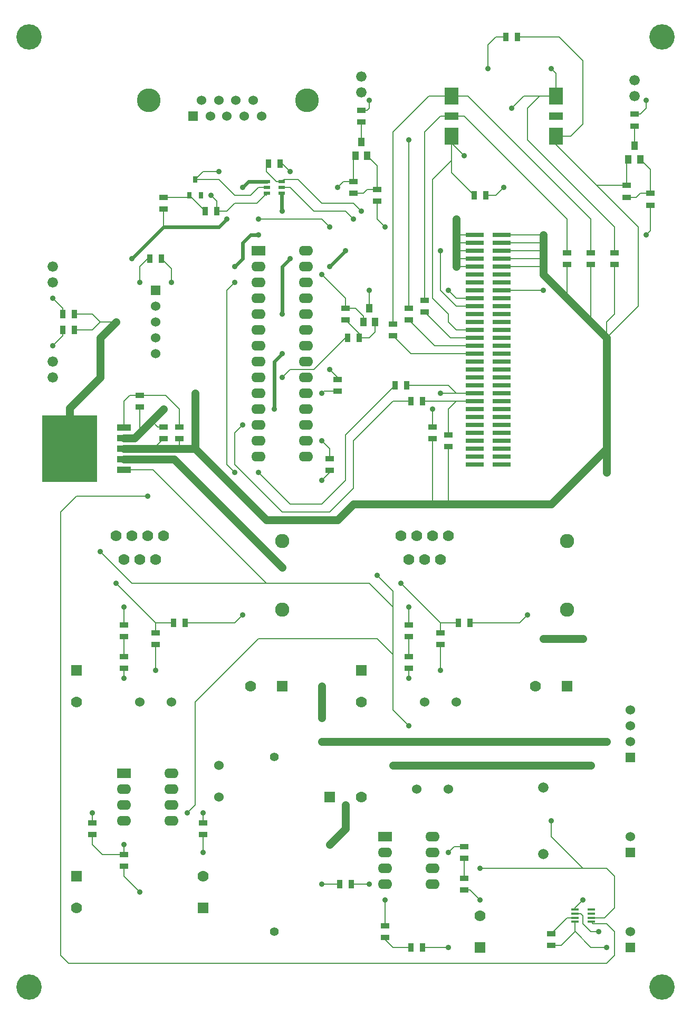
<source format=gtl>
G04 (created by PCBNEW-RS274X (2011-05-25)-stable) date Sun 12 Apr 2015 08:25:34 PM CDT*
G01*
G70*
G90*
%MOIN*%
G04 Gerber Fmt 3.4, Leading zero omitted, Abs format*
%FSLAX34Y34*%
G04 APERTURE LIST*
%ADD10C,0.006000*%
%ADD11R,0.027600X0.039400*%
%ADD12R,0.035000X0.055000*%
%ADD13R,0.055000X0.035000*%
%ADD14R,0.086600X0.047200*%
%ADD15R,0.086600X0.110200*%
%ADD16R,0.060000X0.060000*%
%ADD17C,0.060000*%
%ADD18C,0.066000*%
%ADD19C,0.055000*%
%ADD20R,0.090000X0.062000*%
%ADD21O,0.090000X0.062000*%
%ADD22C,0.150000*%
%ADD23C,0.089800*%
%ADD24C,0.065400*%
%ADD25R,0.070000X0.070000*%
%ADD26C,0.070000*%
%ADD27R,0.090000X0.042000*%
%ADD28R,0.350000X0.420000*%
%ADD29R,0.048000X0.015700*%
%ADD30R,0.039400X0.055100*%
%ADD31C,0.160000*%
%ADD32R,0.039400X0.023600*%
%ADD33R,0.112200X0.029500*%
%ADD34C,0.035000*%
%ADD35C,0.008000*%
%ADD36C,0.023600*%
%ADD37C,0.051200*%
G04 APERTURE END LIST*
G54D10*
G54D11*
X19500Y-24000D03*
X19875Y-25000D03*
X19125Y-25000D03*
G54D12*
X24875Y-23000D03*
X24125Y-23000D03*
G54D13*
X30000Y-20375D03*
X30000Y-19625D03*
X32000Y-33875D03*
X32000Y-33125D03*
X29500Y-24125D03*
X29500Y-24875D03*
X34000Y-32375D03*
X34000Y-31625D03*
X31000Y-24625D03*
X31000Y-25375D03*
G54D12*
X20875Y-26000D03*
X20125Y-26000D03*
G54D13*
X29000Y-32125D03*
X29000Y-32875D03*
X34500Y-40375D03*
X34500Y-39625D03*
X35500Y-40875D03*
X35500Y-40125D03*
X33000Y-32875D03*
X33000Y-32125D03*
G54D12*
X29875Y-34000D03*
X29125Y-34000D03*
X32875Y-37000D03*
X32125Y-37000D03*
X11125Y-33500D03*
X11875Y-33500D03*
X33875Y-38000D03*
X33125Y-38000D03*
G54D13*
X15000Y-52125D03*
X15000Y-52875D03*
X18500Y-39625D03*
X18500Y-40375D03*
X16000Y-38375D03*
X16000Y-37625D03*
X13000Y-65375D03*
X13000Y-64625D03*
X15000Y-67375D03*
X15000Y-66625D03*
X35000Y-52625D03*
X35000Y-53375D03*
G54D12*
X36875Y-52000D03*
X36125Y-52000D03*
G54D13*
X17000Y-52625D03*
X17000Y-53375D03*
G54D12*
X18875Y-52000D03*
X18125Y-52000D03*
G54D13*
X33000Y-52125D03*
X33000Y-52875D03*
X48250Y-24875D03*
X48250Y-25625D03*
G54D12*
X33875Y-72500D03*
X33125Y-72500D03*
X29375Y-68500D03*
X28625Y-68500D03*
G54D13*
X31500Y-71875D03*
X31500Y-71125D03*
X36500Y-66125D03*
X36500Y-66875D03*
X47250Y-20625D03*
X47250Y-19875D03*
X46750Y-24375D03*
X46750Y-25125D03*
G54D12*
X37125Y-25000D03*
X37875Y-25000D03*
G54D13*
X28000Y-41625D03*
X28000Y-42375D03*
G54D12*
X11125Y-32500D03*
X11875Y-32500D03*
G54D13*
X28500Y-37375D03*
X28500Y-36625D03*
X17500Y-25875D03*
X17500Y-25125D03*
X46000Y-28625D03*
X46000Y-29375D03*
X44500Y-28625D03*
X44500Y-29375D03*
X43000Y-28625D03*
X43000Y-29375D03*
G54D12*
X39875Y-15000D03*
X39125Y-15000D03*
G54D13*
X36500Y-68125D03*
X36500Y-68875D03*
X42000Y-72375D03*
X42000Y-71625D03*
X15000Y-54125D03*
X15000Y-54875D03*
X33000Y-54125D03*
X33000Y-54875D03*
X20000Y-64625D03*
X20000Y-65375D03*
X17500Y-39625D03*
X17500Y-40375D03*
G54D12*
X16625Y-29000D03*
X17375Y-29000D03*
G54D14*
X35693Y-20000D03*
X42307Y-20000D03*
G54D15*
X42307Y-21276D03*
X42307Y-18724D03*
X35693Y-18724D03*
X35693Y-21276D03*
G54D16*
X17000Y-31000D03*
G54D17*
X17000Y-32000D03*
X17000Y-33000D03*
X17000Y-34000D03*
X17000Y-35000D03*
G54D16*
X47000Y-66500D03*
G54D17*
X47000Y-65500D03*
G54D16*
X47000Y-72500D03*
G54D17*
X47000Y-71500D03*
X35500Y-62500D03*
X33500Y-62500D03*
X18000Y-57000D03*
X16000Y-57000D03*
X36000Y-57000D03*
X34000Y-57000D03*
X21000Y-61000D03*
X21000Y-63000D03*
G54D18*
X30000Y-17500D03*
X30000Y-18500D03*
X10500Y-36500D03*
X10500Y-35500D03*
X10500Y-29500D03*
X10500Y-30500D03*
X47250Y-17750D03*
X47250Y-18750D03*
G54D19*
X24500Y-71512D03*
X24500Y-60488D03*
G54D20*
X15000Y-61500D03*
G54D21*
X15000Y-62500D03*
X15000Y-63500D03*
X15000Y-64500D03*
X18000Y-64500D03*
X18000Y-63500D03*
X18000Y-62500D03*
X18000Y-61500D03*
G54D20*
X31500Y-65500D03*
G54D21*
X31500Y-66500D03*
X31500Y-67500D03*
X31500Y-68500D03*
X34500Y-68500D03*
X34500Y-67500D03*
X34500Y-66500D03*
X34500Y-65500D03*
X23500Y-29500D03*
X23500Y-30500D03*
X23500Y-31500D03*
X23500Y-32500D03*
X23500Y-33500D03*
X23500Y-34500D03*
X23500Y-35500D03*
X23500Y-36500D03*
X23500Y-37500D03*
X23500Y-38500D03*
X23500Y-39500D03*
X23500Y-40500D03*
X23500Y-41500D03*
G54D20*
X23500Y-28500D03*
G54D21*
X26500Y-41500D03*
X26500Y-40500D03*
X26500Y-39500D03*
X26500Y-38500D03*
X26500Y-37500D03*
X26500Y-36500D03*
X26500Y-35500D03*
X26500Y-34500D03*
X26500Y-33500D03*
X26500Y-32500D03*
X26500Y-31500D03*
X26500Y-30500D03*
X26500Y-29500D03*
X26500Y-28500D03*
G54D22*
X26550Y-19000D03*
X16550Y-19000D03*
G54D16*
X19350Y-20000D03*
G54D17*
X20450Y-20000D03*
X21500Y-20000D03*
X22600Y-20000D03*
X23700Y-20000D03*
X19900Y-19000D03*
X21000Y-19000D03*
X22050Y-19000D03*
X23150Y-19000D03*
G54D23*
X43000Y-51165D03*
X43000Y-46835D03*
X25000Y-51165D03*
X25000Y-46835D03*
G54D24*
X41500Y-66606D03*
X41500Y-62394D03*
G54D25*
X12000Y-55000D03*
G54D26*
X12000Y-57000D03*
G54D25*
X30000Y-55000D03*
G54D26*
X30000Y-57000D03*
G54D25*
X25000Y-56000D03*
G54D26*
X23000Y-56000D03*
G54D25*
X37500Y-72500D03*
G54D26*
X37500Y-70500D03*
G54D25*
X43000Y-56000D03*
G54D26*
X41000Y-56000D03*
G54D25*
X12000Y-68000D03*
G54D26*
X12000Y-70000D03*
G54D25*
X20000Y-70000D03*
G54D26*
X20000Y-68000D03*
G54D25*
X28000Y-63000D03*
G54D26*
X30000Y-63000D03*
G54D16*
X47000Y-60500D03*
G54D17*
X47000Y-59500D03*
X47000Y-58500D03*
X47000Y-57500D03*
G54D27*
X15000Y-42340D03*
G54D28*
X11550Y-41000D03*
G54D27*
X15000Y-41000D03*
X15000Y-41670D03*
X15000Y-40330D03*
X15000Y-39660D03*
G54D29*
X44516Y-70372D03*
X44516Y-70628D03*
X44516Y-70116D03*
X44516Y-70884D03*
X43484Y-70116D03*
X43484Y-70372D03*
X43484Y-70628D03*
X43484Y-70884D03*
G54D30*
X30126Y-33000D03*
X30874Y-33000D03*
X30500Y-32134D03*
X29626Y-22500D03*
X30374Y-22500D03*
X30000Y-21634D03*
X46876Y-22750D03*
X47624Y-22750D03*
X47250Y-21884D03*
G54D31*
X09000Y-15000D03*
X49000Y-15000D03*
X09000Y-75000D03*
X49000Y-75000D03*
G54D26*
X35500Y-46500D03*
X34500Y-46500D03*
X33500Y-46500D03*
X32500Y-46500D03*
X35000Y-48000D03*
X34000Y-48000D03*
X33000Y-48000D03*
X17500Y-46500D03*
X16500Y-46500D03*
X15500Y-46500D03*
X14500Y-46500D03*
X17000Y-48000D03*
X16000Y-48000D03*
X15000Y-48000D03*
G54D32*
X24028Y-24500D03*
X24028Y-24126D03*
X24028Y-24874D03*
X24972Y-24874D03*
X24972Y-24500D03*
X24972Y-24126D03*
G54D33*
X37144Y-27500D03*
X37144Y-28000D03*
X37144Y-28500D03*
X37144Y-29000D03*
X37144Y-29500D03*
X37144Y-30000D03*
X37144Y-30500D03*
X37144Y-31000D03*
X37144Y-31500D03*
X37144Y-32000D03*
X37144Y-32500D03*
X37144Y-33000D03*
X37144Y-33500D03*
X37144Y-34000D03*
X37144Y-34500D03*
X37144Y-35000D03*
X37144Y-35500D03*
X37144Y-36000D03*
X37144Y-36500D03*
X37144Y-37000D03*
X37144Y-37500D03*
X37144Y-38000D03*
X37144Y-38500D03*
X37144Y-39000D03*
X37144Y-39500D03*
X37144Y-40500D03*
X37144Y-40000D03*
X37144Y-41000D03*
X37144Y-41500D03*
X37144Y-42000D03*
X38856Y-42000D03*
X38856Y-41500D03*
X38856Y-41000D03*
X38856Y-40000D03*
X38856Y-40500D03*
X38856Y-39500D03*
X38856Y-39000D03*
X38856Y-38500D03*
X38856Y-38000D03*
X38856Y-37500D03*
X38856Y-37000D03*
X38856Y-36500D03*
X38856Y-36000D03*
X38856Y-35500D03*
X38856Y-35000D03*
X38856Y-34500D03*
X38856Y-34000D03*
X38856Y-33500D03*
X38856Y-33000D03*
X38856Y-32500D03*
X38856Y-32000D03*
X38856Y-31500D03*
X38856Y-31000D03*
X38856Y-30500D03*
X38856Y-30000D03*
X38856Y-29500D03*
X38856Y-29000D03*
X38856Y-28500D03*
X38856Y-28000D03*
X38856Y-27500D03*
G54D34*
X25500Y-23500D03*
X25000Y-26000D03*
X23500Y-27500D03*
X22000Y-29500D03*
X17500Y-38500D03*
X27500Y-43000D03*
X16000Y-30500D03*
X25000Y-35000D03*
X24500Y-38500D03*
X25500Y-29000D03*
X25000Y-32500D03*
X36000Y-26500D03*
X22500Y-51500D03*
X25000Y-48500D03*
X40500Y-51500D03*
X35500Y-72500D03*
X20000Y-66500D03*
X27500Y-59500D03*
X45500Y-59500D03*
X13000Y-64000D03*
X16500Y-44000D03*
X28500Y-24500D03*
X22500Y-24500D03*
X21500Y-26500D03*
X29000Y-28500D03*
X28000Y-29500D03*
X19500Y-37500D03*
X27500Y-68500D03*
X44000Y-53000D03*
X41500Y-53000D03*
X28000Y-66000D03*
X29000Y-63500D03*
X33000Y-55500D03*
X27500Y-30000D03*
X27500Y-37500D03*
X45500Y-42500D03*
X15500Y-29000D03*
X14500Y-33000D03*
X45500Y-72500D03*
X15000Y-55500D03*
X35000Y-55000D03*
X17000Y-55000D03*
X37500Y-69500D03*
X16000Y-69000D03*
X30500Y-19000D03*
X35000Y-28500D03*
X31500Y-27000D03*
X48000Y-19000D03*
X38000Y-17000D03*
X36500Y-22500D03*
X20500Y-25000D03*
X29500Y-26500D03*
X10500Y-31500D03*
X10500Y-34500D03*
X23500Y-26500D03*
X28000Y-27000D03*
X30000Y-26000D03*
X27500Y-40500D03*
X25000Y-36500D03*
X22500Y-39500D03*
X34500Y-38500D03*
X35000Y-37500D03*
X23500Y-42500D03*
X22000Y-42500D03*
X22000Y-30500D03*
X28000Y-36000D03*
X35500Y-31000D03*
X30500Y-31000D03*
X48000Y-27500D03*
X41500Y-31000D03*
X21000Y-23500D03*
X18000Y-30500D03*
X39500Y-19500D03*
X39000Y-24500D03*
X42000Y-17000D03*
X33000Y-21500D03*
X44000Y-69500D03*
X32000Y-61000D03*
X44500Y-61000D03*
X27500Y-58000D03*
X27500Y-56000D03*
X15000Y-51000D03*
X14500Y-49500D03*
X33000Y-51000D03*
X35500Y-66500D03*
X15000Y-66000D03*
X45000Y-71500D03*
X20000Y-64000D03*
X30500Y-68500D03*
X31500Y-69500D03*
X42000Y-64500D03*
X33000Y-58500D03*
X37500Y-67500D03*
X19000Y-64000D03*
X13500Y-47500D03*
X31000Y-49000D03*
X32500Y-49500D03*
G54D35*
X24875Y-23000D02*
X25000Y-23000D01*
X25000Y-23000D02*
X25500Y-23500D01*
G54D36*
X24972Y-25972D02*
X24972Y-24874D01*
X25000Y-26000D02*
X24972Y-25972D01*
G54D35*
X24972Y-24874D02*
X24972Y-24972D01*
G54D36*
X23000Y-27500D02*
X23500Y-27500D01*
X22500Y-28000D02*
X23000Y-27500D01*
X22500Y-29000D02*
X22500Y-28000D01*
X22000Y-29500D02*
X22500Y-29000D01*
G54D35*
X17500Y-39625D02*
X17125Y-39625D01*
X16750Y-39250D02*
X16500Y-39500D01*
X17125Y-39625D02*
X16750Y-39250D01*
X16000Y-38375D02*
X16000Y-40000D01*
G54D37*
X15000Y-40330D02*
X15670Y-40330D01*
X15670Y-40330D02*
X16000Y-40000D01*
X16000Y-40000D02*
X16500Y-39500D01*
X16500Y-39500D02*
X17500Y-38500D01*
G54D35*
X28000Y-42375D02*
X28000Y-42500D01*
X28000Y-42500D02*
X27500Y-43000D01*
X16000Y-29500D02*
X16500Y-29000D01*
X16000Y-30500D02*
X16000Y-29500D01*
X16500Y-29000D02*
X16625Y-29000D01*
G54D36*
X25000Y-35000D02*
X24500Y-35500D01*
X24500Y-35500D02*
X24500Y-38500D01*
X25500Y-29000D02*
X25000Y-29500D01*
X25000Y-29500D02*
X25000Y-32500D01*
G54D35*
X37144Y-29500D02*
X36000Y-29500D01*
G54D37*
X36000Y-29500D02*
X36000Y-29000D01*
G54D35*
X37144Y-29000D02*
X36000Y-29000D01*
X37144Y-28500D02*
X36000Y-28500D01*
X37144Y-28000D02*
X36000Y-28000D01*
X37144Y-27500D02*
X36000Y-27500D01*
G54D37*
X36000Y-29000D02*
X36000Y-28500D01*
X36000Y-28500D02*
X36000Y-28000D01*
X36000Y-28000D02*
X36000Y-27500D01*
X36000Y-26500D02*
X36000Y-27500D01*
G54D35*
X22000Y-52000D02*
X22500Y-51500D01*
X18875Y-52000D02*
X22000Y-52000D01*
G54D37*
X18170Y-41670D02*
X15000Y-41670D01*
X25000Y-48500D02*
X18170Y-41670D01*
G54D35*
X36875Y-52000D02*
X40000Y-52000D01*
X40000Y-52000D02*
X40500Y-51500D01*
X33875Y-72500D02*
X35500Y-72500D01*
X20000Y-65375D02*
X20000Y-66500D01*
G54D37*
X27500Y-59500D02*
X45500Y-59500D01*
G54D35*
X13000Y-64000D02*
X13000Y-64625D01*
X45500Y-71000D02*
X44632Y-71000D01*
X46000Y-71500D02*
X45500Y-71000D01*
X12000Y-44000D02*
X16500Y-44000D01*
X11000Y-45000D02*
X12000Y-44000D01*
X11000Y-73000D02*
X11000Y-45000D01*
X11500Y-73500D02*
X11000Y-73000D01*
X45500Y-73500D02*
X11500Y-73500D01*
X46000Y-73000D02*
X45500Y-73500D01*
X46000Y-73000D02*
X46000Y-71500D01*
X44632Y-71000D02*
X44516Y-70884D01*
X29500Y-24125D02*
X28875Y-24125D01*
X28875Y-24125D02*
X28500Y-24500D01*
G54D36*
X21000Y-27000D02*
X21500Y-26500D01*
X17500Y-27000D02*
X21000Y-27000D01*
X22874Y-24126D02*
X24028Y-24126D01*
X22500Y-24500D02*
X22874Y-24126D01*
G54D35*
X24027Y-24125D02*
X24028Y-24126D01*
X24027Y-24125D02*
X24028Y-24126D01*
G54D36*
X29000Y-28500D02*
X28000Y-29500D01*
G54D35*
X45500Y-34000D02*
X45500Y-33000D01*
X46000Y-32500D02*
X45500Y-33000D01*
X46000Y-32500D02*
X46000Y-29375D01*
X44500Y-33000D02*
X44500Y-30000D01*
X44500Y-30000D02*
X44500Y-29375D01*
X43000Y-31500D02*
X43000Y-30000D01*
X43000Y-30000D02*
X43000Y-29375D01*
X47500Y-32000D02*
X45500Y-34000D01*
X38856Y-29500D02*
X41500Y-29500D01*
X38856Y-29000D02*
X41500Y-29000D01*
X38856Y-28500D02*
X41500Y-28500D01*
X38856Y-28000D02*
X41500Y-28000D01*
X38856Y-27500D02*
X41500Y-27500D01*
G54D37*
X41500Y-30000D02*
X41500Y-29500D01*
X41500Y-30000D02*
X43000Y-31500D01*
X43000Y-31500D02*
X44500Y-33000D01*
X44500Y-33000D02*
X45500Y-34000D01*
X41500Y-29500D02*
X41500Y-29000D01*
X41500Y-29000D02*
X41500Y-28500D01*
X41500Y-28500D02*
X41500Y-28000D01*
X41500Y-28000D02*
X41500Y-27500D01*
G54D35*
X35500Y-44500D02*
X35500Y-43000D01*
X35500Y-43000D02*
X35500Y-40875D01*
X34500Y-44500D02*
X34500Y-42000D01*
X34500Y-42000D02*
X34500Y-40375D01*
G54D37*
X37000Y-44500D02*
X35500Y-44500D01*
X35500Y-44500D02*
X34500Y-44500D01*
X34500Y-44500D02*
X29500Y-44500D01*
X19500Y-41000D02*
X19500Y-37500D01*
G54D35*
X18500Y-40375D02*
X18500Y-40875D01*
X18500Y-40875D02*
X18375Y-41000D01*
G54D37*
X24000Y-45500D02*
X19500Y-41000D01*
X24000Y-45500D02*
X28500Y-45500D01*
X28500Y-45500D02*
X29500Y-44500D01*
X18375Y-41000D02*
X15000Y-41000D01*
X18375Y-41000D02*
X19500Y-41000D01*
G54D35*
X28625Y-68500D02*
X27500Y-68500D01*
G54D37*
X41500Y-53000D02*
X44000Y-53000D01*
X28000Y-66000D02*
X29000Y-65000D01*
X29000Y-65000D02*
X29000Y-63500D01*
X11550Y-41000D02*
X11550Y-38450D01*
X11550Y-38450D02*
X13500Y-36500D01*
X13500Y-36500D02*
X13500Y-34000D01*
X13500Y-34000D02*
X14500Y-33000D01*
G54D35*
X33000Y-54875D02*
X33000Y-55500D01*
G54D37*
X42000Y-44500D02*
X45500Y-41000D01*
X37000Y-44500D02*
X42000Y-44500D01*
G54D35*
X29000Y-32125D02*
X29000Y-31500D01*
X29000Y-31500D02*
X27500Y-30000D01*
X27625Y-37375D02*
X28500Y-37375D01*
X27500Y-37500D02*
X27625Y-37375D01*
X30126Y-33000D02*
X30126Y-32626D01*
X29625Y-32125D02*
X29000Y-32125D01*
X30126Y-32626D02*
X29625Y-32125D01*
X29500Y-24125D02*
X29500Y-22626D01*
X29500Y-22626D02*
X29626Y-22500D01*
X46750Y-24375D02*
X44875Y-24375D01*
X44875Y-24375D02*
X45000Y-24500D01*
X39875Y-15000D02*
X42500Y-15000D01*
X43224Y-21276D02*
X42307Y-21276D01*
X44000Y-20500D02*
X43224Y-21276D01*
X44000Y-16500D02*
X44000Y-20500D01*
X42500Y-15000D02*
X44000Y-16500D01*
X38856Y-29500D02*
X39500Y-29500D01*
X42307Y-21276D02*
X42307Y-21807D01*
X42307Y-21807D02*
X45000Y-24500D01*
X45000Y-24500D02*
X47500Y-27000D01*
X47500Y-27000D02*
X47500Y-32000D01*
G54D37*
X45500Y-42500D02*
X45500Y-41000D01*
X45500Y-41000D02*
X45500Y-35500D01*
X45500Y-35500D02*
X45500Y-34000D01*
G54D35*
X17500Y-27000D02*
X17500Y-25875D01*
G54D36*
X15500Y-29000D02*
X17500Y-27000D01*
G54D35*
X11875Y-33500D02*
X13000Y-33500D01*
X13000Y-33500D02*
X13500Y-33000D01*
X11875Y-32500D02*
X13000Y-32500D01*
X13500Y-33000D02*
X14500Y-33000D01*
X13000Y-32500D02*
X13500Y-33000D01*
X15000Y-41000D02*
X16875Y-41000D01*
X16875Y-41000D02*
X17500Y-40375D01*
X46750Y-24375D02*
X46750Y-22876D01*
X46750Y-22876D02*
X46876Y-22750D01*
X43484Y-70884D02*
X43484Y-71484D01*
X44500Y-72500D02*
X45500Y-72500D01*
X43484Y-71484D02*
X44500Y-72500D01*
X42000Y-72375D02*
X42625Y-72375D01*
X43484Y-71516D02*
X43484Y-70884D01*
X42625Y-72375D02*
X43484Y-71516D01*
X15000Y-54875D02*
X15000Y-55500D01*
X35000Y-55000D02*
X35000Y-53375D01*
X17000Y-53375D02*
X17000Y-55000D01*
X37500Y-69500D02*
X36875Y-68875D01*
X36875Y-68875D02*
X36500Y-68875D01*
X15000Y-68000D02*
X15000Y-67375D01*
X16000Y-69000D02*
X15000Y-68000D01*
X30000Y-19625D02*
X30375Y-19625D01*
X30500Y-19500D02*
X30500Y-19000D01*
X30375Y-19625D02*
X30500Y-19500D01*
X30000Y-21634D02*
X30000Y-20375D01*
X31500Y-27000D02*
X31000Y-26500D01*
X35000Y-31000D02*
X35000Y-28500D01*
X37144Y-32000D02*
X36000Y-32000D01*
X36000Y-32000D02*
X35000Y-31000D01*
X31000Y-26500D02*
X31000Y-25375D01*
X31000Y-24625D02*
X31000Y-23126D01*
X31000Y-23126D02*
X30374Y-22500D01*
X29500Y-24875D02*
X30125Y-24875D01*
X30375Y-24625D02*
X31000Y-24625D01*
X30125Y-24875D02*
X30375Y-24625D01*
X36000Y-38000D02*
X35500Y-38500D01*
X35500Y-38500D02*
X35500Y-40125D01*
X37144Y-38000D02*
X36000Y-38000D01*
X36000Y-38000D02*
X33875Y-38000D01*
X46750Y-25125D02*
X47375Y-25125D01*
X47625Y-24875D02*
X48250Y-24875D01*
X47375Y-25125D02*
X47625Y-24875D01*
X48250Y-24875D02*
X48250Y-23376D01*
X48250Y-23376D02*
X47624Y-22750D01*
X47250Y-21884D02*
X47250Y-20625D01*
X47625Y-19875D02*
X47250Y-19875D01*
X48000Y-19500D02*
X47625Y-19875D01*
X48000Y-19000D02*
X48000Y-19500D01*
X36000Y-33500D02*
X35500Y-33000D01*
X37144Y-33500D02*
X36000Y-33500D01*
X35500Y-32500D02*
X34500Y-31500D01*
X35500Y-33000D02*
X35500Y-32500D01*
X35693Y-21276D02*
X35693Y-23568D01*
X35693Y-23568D02*
X37125Y-25000D01*
X35693Y-22807D02*
X35693Y-21276D01*
X34500Y-24000D02*
X35693Y-22807D01*
X34500Y-31500D02*
X34500Y-24000D01*
X35693Y-21276D02*
X35693Y-21693D01*
X38500Y-15000D02*
X39125Y-15000D01*
X38000Y-15500D02*
X38500Y-15000D01*
X38000Y-17000D02*
X38000Y-15500D01*
X35693Y-21693D02*
X36500Y-22500D01*
X20875Y-26000D02*
X20875Y-25375D01*
X20875Y-25375D02*
X20500Y-25000D01*
X22000Y-25500D02*
X23402Y-25500D01*
X23402Y-25500D02*
X24028Y-24874D01*
X20875Y-26000D02*
X21500Y-26000D01*
X21500Y-26000D02*
X22000Y-25500D01*
X24000Y-25000D02*
X24000Y-24902D01*
X24000Y-24902D02*
X24028Y-24874D01*
X29000Y-26000D02*
X27000Y-26000D01*
X29500Y-26500D02*
X29000Y-26000D01*
X25500Y-24500D02*
X24972Y-24500D01*
X27000Y-26000D02*
X25500Y-24500D01*
X11125Y-32125D02*
X11125Y-32500D01*
X10500Y-31500D02*
X11125Y-32125D01*
X11125Y-33875D02*
X11125Y-33500D01*
X10500Y-34500D02*
X11125Y-33875D01*
X27500Y-26500D02*
X23500Y-26500D01*
X28000Y-27000D02*
X27500Y-26500D01*
X24972Y-24126D02*
X24626Y-24126D01*
X24000Y-23125D02*
X24125Y-23000D01*
X24000Y-23500D02*
X24000Y-23125D01*
X24626Y-24126D02*
X24000Y-23500D01*
X27500Y-25500D02*
X26500Y-24500D01*
X25098Y-24000D02*
X24972Y-24126D01*
X26000Y-24000D02*
X25098Y-24000D01*
X26500Y-24500D02*
X26000Y-24000D01*
X27500Y-25500D02*
X29000Y-25500D01*
X29500Y-25500D02*
X29000Y-25500D01*
X30000Y-26000D02*
X29500Y-25500D01*
X29000Y-25500D02*
X28625Y-25500D01*
X28000Y-41000D02*
X28000Y-41625D01*
X27500Y-40500D02*
X28000Y-41000D01*
X25500Y-36000D02*
X27000Y-36000D01*
X25000Y-36500D02*
X25500Y-36000D01*
X29000Y-34000D02*
X29125Y-34000D01*
X27000Y-36000D02*
X29000Y-34000D01*
X34000Y-31625D02*
X34000Y-21000D01*
X35000Y-20000D02*
X35693Y-20000D01*
X34000Y-21000D02*
X35000Y-20000D01*
X43000Y-28625D02*
X43000Y-26500D01*
X36500Y-20000D02*
X35693Y-20000D01*
X43000Y-26500D02*
X36500Y-20000D01*
X37144Y-35000D02*
X33125Y-35000D01*
X33125Y-35000D02*
X32000Y-33875D01*
X29500Y-43500D02*
X29500Y-40500D01*
X29500Y-40500D02*
X32000Y-38000D01*
X32000Y-38000D02*
X33125Y-38000D01*
X25000Y-45000D02*
X22500Y-42500D01*
X28000Y-45000D02*
X25000Y-45000D01*
X29000Y-44000D02*
X28000Y-45000D01*
X29000Y-44000D02*
X29500Y-43500D01*
X22000Y-42000D02*
X22500Y-42500D01*
X22000Y-40000D02*
X22000Y-42000D01*
X22500Y-39500D02*
X22000Y-40000D01*
X36000Y-37500D02*
X35000Y-37500D01*
X34500Y-38500D02*
X34500Y-39625D01*
X37144Y-37500D02*
X36000Y-37500D01*
X35500Y-37000D02*
X32875Y-37000D01*
X36000Y-37500D02*
X35500Y-37000D01*
X29000Y-43000D02*
X29000Y-40125D01*
X29000Y-43000D02*
X27500Y-44500D01*
X27500Y-44500D02*
X25500Y-44500D01*
X25500Y-44500D02*
X23500Y-42500D01*
X22000Y-42500D02*
X21500Y-42000D01*
X21500Y-42000D02*
X21500Y-31000D01*
X21500Y-31000D02*
X22000Y-30500D01*
X29000Y-40125D02*
X32125Y-37000D01*
X28500Y-36625D02*
X28500Y-36500D01*
X28500Y-36500D02*
X28000Y-36000D01*
X37144Y-34500D02*
X34625Y-34500D01*
X34625Y-34500D02*
X33000Y-32875D01*
X37144Y-34000D02*
X35625Y-34000D01*
X35625Y-34000D02*
X34000Y-32375D01*
X36000Y-31500D02*
X35500Y-31000D01*
X37144Y-31500D02*
X36000Y-31500D01*
X30500Y-31000D02*
X30500Y-32134D01*
X29875Y-34000D02*
X29875Y-33750D01*
X29875Y-33750D02*
X29000Y-32875D01*
X29875Y-34000D02*
X30500Y-34000D01*
X30874Y-33626D02*
X30874Y-33000D01*
X30500Y-34000D02*
X30874Y-33626D01*
X38856Y-31000D02*
X41500Y-31000D01*
X48250Y-27250D02*
X48250Y-25625D01*
X48000Y-27500D02*
X48250Y-27250D01*
X19125Y-25000D02*
X20125Y-26000D01*
X17500Y-25125D02*
X19000Y-25125D01*
X19000Y-25125D02*
X19125Y-25000D01*
X19500Y-24000D02*
X20000Y-23500D01*
X20000Y-23500D02*
X20500Y-23500D01*
X22000Y-25000D02*
X21000Y-24000D01*
X21000Y-24000D02*
X20000Y-24000D01*
X24028Y-24500D02*
X23500Y-24500D01*
X23000Y-25000D02*
X22000Y-25000D01*
X23500Y-24500D02*
X23000Y-25000D01*
X20500Y-23500D02*
X21000Y-23500D01*
X19500Y-24000D02*
X20000Y-24000D01*
X18000Y-30500D02*
X18000Y-29625D01*
X18000Y-29625D02*
X17375Y-29000D01*
X32000Y-33125D02*
X32000Y-21000D01*
X34276Y-18724D02*
X35693Y-18724D01*
X32000Y-21000D02*
X34276Y-18724D01*
X35693Y-18724D02*
X36724Y-18724D01*
X44500Y-26500D02*
X44500Y-28625D01*
X36724Y-18724D02*
X44500Y-26500D01*
X37875Y-25000D02*
X38500Y-25000D01*
X40276Y-18724D02*
X42307Y-18724D01*
X39500Y-19500D02*
X40276Y-18724D01*
X38500Y-25000D02*
X39000Y-24500D01*
X33000Y-32125D02*
X33000Y-21500D01*
X42307Y-17307D02*
X42307Y-18724D01*
X42000Y-17000D02*
X42307Y-17307D01*
X40500Y-21000D02*
X40500Y-21500D01*
X40500Y-21000D02*
X40500Y-19500D01*
X40500Y-19500D02*
X41276Y-18724D01*
X42307Y-18724D02*
X41276Y-18724D01*
X46000Y-27000D02*
X46000Y-28625D01*
X40500Y-21500D02*
X46000Y-27000D01*
X15000Y-52875D02*
X15000Y-54125D01*
X15000Y-39660D02*
X15000Y-38000D01*
X15375Y-37625D02*
X16000Y-37625D01*
X15000Y-38000D02*
X15375Y-37625D01*
X18500Y-39625D02*
X18500Y-38500D01*
X17625Y-37625D02*
X16000Y-37625D01*
X18500Y-38500D02*
X17625Y-37625D01*
X31500Y-71875D02*
X31500Y-72000D01*
X33000Y-72500D02*
X33125Y-72500D01*
X32000Y-72500D02*
X33000Y-72500D01*
X31500Y-72000D02*
X32000Y-72500D01*
X43484Y-70016D02*
X43484Y-70116D01*
X44000Y-69500D02*
X43484Y-70016D01*
G54D37*
X44500Y-61000D02*
X32000Y-61000D01*
X27500Y-58000D02*
X27500Y-56000D01*
G54D35*
X15000Y-52125D02*
X15000Y-51000D01*
X18125Y-52000D02*
X17500Y-52000D01*
X17500Y-52000D02*
X17000Y-52000D01*
X16500Y-51500D02*
X14500Y-49500D01*
X17000Y-52000D02*
X16500Y-51500D01*
X17000Y-52000D02*
X17000Y-52625D01*
X33000Y-52125D02*
X33000Y-51000D01*
X33000Y-52875D02*
X33000Y-54125D01*
X36500Y-66875D02*
X36500Y-68125D01*
X35875Y-66125D02*
X36500Y-66125D01*
X35500Y-66500D02*
X35875Y-66125D01*
X13000Y-65375D02*
X13000Y-66000D01*
X13625Y-66625D02*
X15000Y-66625D01*
X13000Y-66000D02*
X13625Y-66625D01*
X15000Y-66000D02*
X15000Y-66625D01*
X43484Y-70628D02*
X42997Y-70628D01*
X42997Y-70628D02*
X42000Y-71625D01*
X43484Y-70372D02*
X43872Y-70372D01*
X44500Y-71500D02*
X45000Y-71500D01*
X44000Y-71000D02*
X44500Y-71500D01*
X44000Y-70500D02*
X44000Y-71000D01*
X43872Y-70372D02*
X44000Y-70500D01*
X20000Y-64625D02*
X20000Y-64000D01*
X30500Y-68500D02*
X29375Y-68500D01*
X31500Y-71125D02*
X31500Y-69500D01*
X32000Y-57500D02*
X33000Y-58500D01*
X32000Y-54000D02*
X32000Y-57500D01*
X44000Y-67500D02*
X45000Y-67500D01*
X42000Y-65500D02*
X44000Y-67500D01*
X42000Y-64500D02*
X42000Y-65500D01*
X46000Y-68500D02*
X46000Y-68000D01*
X46000Y-68000D02*
X45500Y-67500D01*
X45500Y-67500D02*
X45000Y-67500D01*
X45000Y-67500D02*
X37500Y-67500D01*
X31000Y-53000D02*
X32000Y-54000D01*
X23500Y-53000D02*
X31000Y-53000D01*
X19500Y-57000D02*
X23500Y-53000D01*
X19500Y-63500D02*
X19500Y-57000D01*
X19000Y-64000D02*
X19500Y-63500D01*
X15000Y-42340D02*
X16840Y-42340D01*
X16840Y-42340D02*
X24000Y-49500D01*
X32000Y-51000D02*
X30500Y-49500D01*
X15500Y-49500D02*
X13500Y-47500D01*
X30500Y-49500D02*
X24000Y-49500D01*
X24000Y-49500D02*
X15500Y-49500D01*
X32000Y-50000D02*
X31000Y-49000D01*
X32000Y-54000D02*
X32000Y-51000D01*
X32000Y-51000D02*
X32000Y-50000D01*
X45372Y-70628D02*
X46000Y-70000D01*
X46000Y-70000D02*
X46000Y-68500D01*
X44516Y-70628D02*
X45372Y-70628D01*
X34000Y-51000D02*
X32500Y-49500D01*
X35000Y-52000D02*
X34000Y-51000D01*
X35500Y-52000D02*
X36125Y-52000D01*
X35000Y-52000D02*
X35500Y-52000D01*
X35000Y-52625D02*
X35000Y-52000D01*
M02*

</source>
